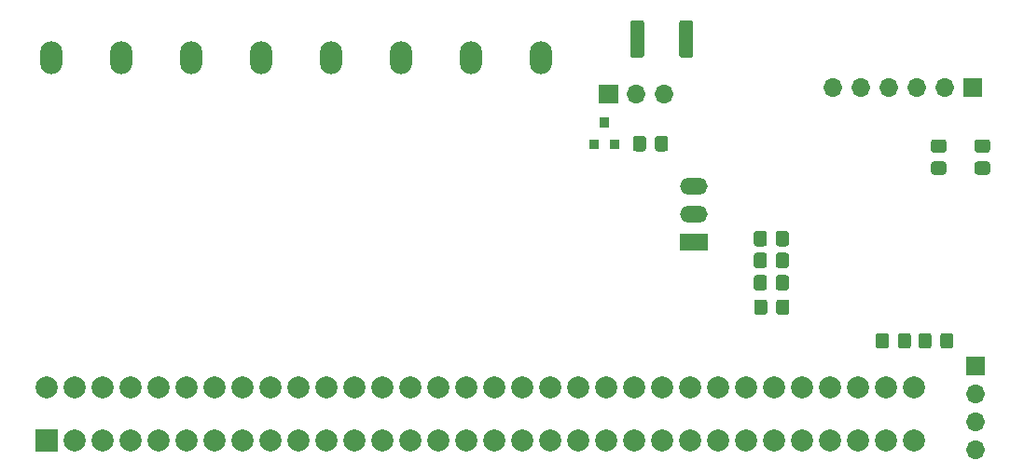
<source format=gbs>
%TF.GenerationSoftware,KiCad,Pcbnew,(5.1.12)-1*%
%TF.CreationDate,2023-06-07T09:52:28-07:00*%
%TF.ProjectId,hp breakout remote relay,68702062-7265-4616-9b6f-75742072656d,rev?*%
%TF.SameCoordinates,Original*%
%TF.FileFunction,Soldermask,Bot*%
%TF.FilePolarity,Negative*%
%FSLAX46Y46*%
G04 Gerber Fmt 4.6, Leading zero omitted, Abs format (unit mm)*
G04 Created by KiCad (PCBNEW (5.1.12)-1) date 2023-06-07 09:52:28*
%MOMM*%
%LPD*%
G01*
G04 APERTURE LIST*
%ADD10C,2.002580*%
%ADD11O,2.002580X3.002580*%
%ADD12O,1.702580X1.702580*%
%ADD13O,2.502580X1.502580*%
G04 APERTURE END LIST*
D10*
%TO.C,J1*%
X93751400Y-97402000D03*
X96291400Y-97402000D03*
X98831400Y-97402000D03*
X101371400Y-97402000D03*
X103911400Y-97402000D03*
X106451400Y-97402000D03*
X108991400Y-97402000D03*
X111531400Y-97402000D03*
X114071400Y-97402000D03*
X116611400Y-97402000D03*
X119151400Y-97402000D03*
X121691400Y-97402000D03*
X124231400Y-97402000D03*
X126771400Y-97402000D03*
X129311400Y-97402000D03*
X131851400Y-97402000D03*
X134391400Y-97402000D03*
X136931400Y-97402000D03*
X139471400Y-97402000D03*
X142011400Y-97402000D03*
X144551400Y-97402000D03*
X147091400Y-97402000D03*
X149631400Y-97402000D03*
X152171400Y-97402000D03*
X154711400Y-97402000D03*
X157251400Y-97402000D03*
X159791400Y-97402000D03*
X162331400Y-97402000D03*
X164871400Y-97402000D03*
X167411400Y-97402000D03*
X169951400Y-97402000D03*
X172491400Y-97402000D03*
X172491400Y-102242000D03*
X169951400Y-102242000D03*
X167411400Y-102242000D03*
X164871400Y-102242000D03*
X162331400Y-102242000D03*
X159791400Y-102242000D03*
X157251400Y-102242000D03*
X154711400Y-102242000D03*
X152171400Y-102242000D03*
X149631400Y-102242000D03*
X147091400Y-102242000D03*
X144551400Y-102242000D03*
X142011400Y-102242000D03*
X139471400Y-102242000D03*
X136931400Y-102242000D03*
X134391400Y-102242000D03*
X131851400Y-102242000D03*
X129311400Y-102242000D03*
X126771400Y-102242000D03*
X124231400Y-102242000D03*
X121691400Y-102242000D03*
X119151400Y-102242000D03*
X116611400Y-102242000D03*
X114071400Y-102242000D03*
X111531400Y-102242000D03*
X108991400Y-102242000D03*
X106451400Y-102242000D03*
X103911400Y-102242000D03*
X101371400Y-102242000D03*
X98831400Y-102242000D03*
X96291400Y-102242000D03*
G36*
G01*
X92750110Y-103242000D02*
X92750110Y-101242000D01*
G75*
G02*
X92751400Y-101240710I1290J0D01*
G01*
X94751400Y-101240710D01*
G75*
G02*
X94752690Y-101242000I0J-1290D01*
G01*
X94752690Y-103242000D01*
G75*
G02*
X94751400Y-103243290I-1290J0D01*
G01*
X92751400Y-103243290D01*
G75*
G02*
X92750110Y-103242000I0J1290D01*
G01*
G37*
%TD*%
D11*
%TO.C,J2*%
X138600000Y-67400000D03*
X132250000Y-67400000D03*
X125900000Y-67400000D03*
X119550000Y-67400000D03*
X113200000Y-67400000D03*
X106850000Y-67400000D03*
X100500000Y-67400000D03*
X94150000Y-67400000D03*
%TD*%
%TO.C,CaseFan1*%
G36*
G01*
X145630000Y-71590290D02*
X143930000Y-71590290D01*
G75*
G02*
X143928710Y-71589000I0J1290D01*
G01*
X143928710Y-69889000D01*
G75*
G02*
X143930000Y-69887710I1290J0D01*
G01*
X145630000Y-69887710D01*
G75*
G02*
X145631290Y-69889000I0J-1290D01*
G01*
X145631290Y-71589000D01*
G75*
G02*
X145630000Y-71590290I-1290J0D01*
G01*
G37*
D12*
X147320000Y-70739000D03*
X149860000Y-70739000D03*
%TD*%
%TO.C,F1*%
G36*
G01*
X152482290Y-64271706D02*
X152482290Y-67173294D01*
G75*
G02*
X152231794Y-67423790I-250496J0D01*
G01*
X151430206Y-67423790D01*
G75*
G02*
X151179710Y-67173294I0J250496D01*
G01*
X151179710Y-64271706D01*
G75*
G02*
X151430206Y-64021210I250496J0D01*
G01*
X152231794Y-64021210D01*
G75*
G02*
X152482290Y-64271706I0J-250496D01*
G01*
G37*
G36*
G01*
X148032290Y-64271706D02*
X148032290Y-67173294D01*
G75*
G02*
X147781794Y-67423790I-250496J0D01*
G01*
X146980206Y-67423790D01*
G75*
G02*
X146729710Y-67173294I0J250496D01*
G01*
X146729710Y-64271706D01*
G75*
G02*
X146980206Y-64021210I250496J0D01*
G01*
X147781794Y-64021210D01*
G75*
G02*
X148032290Y-64271706I0J-250496D01*
G01*
G37*
%TD*%
%TO.C,J3*%
G36*
G01*
X177248710Y-96303200D02*
X177248710Y-94603200D01*
G75*
G02*
X177250000Y-94601910I1290J0D01*
G01*
X178950000Y-94601910D01*
G75*
G02*
X178951290Y-94603200I0J-1290D01*
G01*
X178951290Y-96303200D01*
G75*
G02*
X178950000Y-96304490I-1290J0D01*
G01*
X177250000Y-96304490D01*
G75*
G02*
X177248710Y-96303200I0J1290D01*
G01*
G37*
X178100000Y-97993200D03*
X178100000Y-100533200D03*
X178100000Y-103073200D03*
%TD*%
%TO.C,J4*%
G36*
G01*
X177010000Y-69248710D02*
X178710000Y-69248710D01*
G75*
G02*
X178711290Y-69250000I0J-1290D01*
G01*
X178711290Y-70950000D01*
G75*
G02*
X178710000Y-70951290I-1290J0D01*
G01*
X177010000Y-70951290D01*
G75*
G02*
X177008710Y-70950000I0J1290D01*
G01*
X177008710Y-69250000D01*
G75*
G02*
X177010000Y-69248710I1290J0D01*
G01*
G37*
X175320000Y-70100000D03*
X172780000Y-70100000D03*
X170240000Y-70100000D03*
X167700000Y-70100000D03*
X165160000Y-70100000D03*
%TD*%
%TO.C,Q3*%
G36*
G01*
X145749000Y-75746290D02*
X144949000Y-75746290D01*
G75*
G02*
X144947710Y-75745000I0J1290D01*
G01*
X144947710Y-74845000D01*
G75*
G02*
X144949000Y-74843710I1290J0D01*
G01*
X145749000Y-74843710D01*
G75*
G02*
X145750290Y-74845000I0J-1290D01*
G01*
X145750290Y-75745000D01*
G75*
G02*
X145749000Y-75746290I-1290J0D01*
G01*
G37*
G36*
G01*
X143849000Y-75746290D02*
X143049000Y-75746290D01*
G75*
G02*
X143047710Y-75745000I0J1290D01*
G01*
X143047710Y-74845000D01*
G75*
G02*
X143049000Y-74843710I1290J0D01*
G01*
X143849000Y-74843710D01*
G75*
G02*
X143850290Y-74845000I0J-1290D01*
G01*
X143850290Y-75745000D01*
G75*
G02*
X143849000Y-75746290I-1290J0D01*
G01*
G37*
G36*
G01*
X144799000Y-73746290D02*
X143999000Y-73746290D01*
G75*
G02*
X143997710Y-73745000I0J1290D01*
G01*
X143997710Y-72845000D01*
G75*
G02*
X143999000Y-72843710I1290J0D01*
G01*
X144799000Y-72843710D01*
G75*
G02*
X144800290Y-72845000I0J-1290D01*
G01*
X144800290Y-73745000D01*
G75*
G02*
X144799000Y-73746290I-1290J0D01*
G01*
G37*
%TD*%
%TO.C,R1*%
G36*
G01*
X170238490Y-92716446D02*
X170238490Y-93617954D01*
G75*
G02*
X169987954Y-93868490I-250536J0D01*
G01*
X169286446Y-93868490D01*
G75*
G02*
X169035910Y-93617954I0J250536D01*
G01*
X169035910Y-92716446D01*
G75*
G02*
X169286446Y-92465910I250536J0D01*
G01*
X169987954Y-92465910D01*
G75*
G02*
X170238490Y-92716446I0J-250536D01*
G01*
G37*
G36*
G01*
X172238490Y-92716446D02*
X172238490Y-93617954D01*
G75*
G02*
X171987954Y-93868490I-250536J0D01*
G01*
X171286446Y-93868490D01*
G75*
G02*
X171035910Y-93617954I0J250536D01*
G01*
X171035910Y-92716446D01*
G75*
G02*
X171286446Y-92465910I250536J0D01*
G01*
X171987954Y-92465910D01*
G75*
G02*
X172238490Y-92716446I0J-250536D01*
G01*
G37*
%TD*%
%TO.C,R2*%
G36*
G01*
X176099290Y-92716446D02*
X176099290Y-93617954D01*
G75*
G02*
X175848754Y-93868490I-250536J0D01*
G01*
X175147246Y-93868490D01*
G75*
G02*
X174896710Y-93617954I0J250536D01*
G01*
X174896710Y-92716446D01*
G75*
G02*
X175147246Y-92465910I250536J0D01*
G01*
X175848754Y-92465910D01*
G75*
G02*
X176099290Y-92716446I0J-250536D01*
G01*
G37*
G36*
G01*
X174099290Y-92716446D02*
X174099290Y-93617954D01*
G75*
G02*
X173848754Y-93868490I-250536J0D01*
G01*
X173147246Y-93868490D01*
G75*
G02*
X172896710Y-93617954I0J250536D01*
G01*
X172896710Y-92716446D01*
G75*
G02*
X173147246Y-92465910I250536J0D01*
G01*
X173848754Y-92465910D01*
G75*
G02*
X174099290Y-92716446I0J-250536D01*
G01*
G37*
%TD*%
%TO.C,R4*%
G36*
G01*
X159201290Y-89649246D02*
X159201290Y-90550754D01*
G75*
G02*
X158950754Y-90801290I-250536J0D01*
G01*
X158249246Y-90801290D01*
G75*
G02*
X157998710Y-90550754I0J250536D01*
G01*
X157998710Y-89649246D01*
G75*
G02*
X158249246Y-89398710I250536J0D01*
G01*
X158950754Y-89398710D01*
G75*
G02*
X159201290Y-89649246I0J-250536D01*
G01*
G37*
G36*
G01*
X161201290Y-89649246D02*
X161201290Y-90550754D01*
G75*
G02*
X160950754Y-90801290I-250536J0D01*
G01*
X160249246Y-90801290D01*
G75*
G02*
X159998710Y-90550754I0J250536D01*
G01*
X159998710Y-89649246D01*
G75*
G02*
X160249246Y-89398710I250536J0D01*
G01*
X160950754Y-89398710D01*
G75*
G02*
X161201290Y-89649246I0J-250536D01*
G01*
G37*
%TD*%
%TO.C,R5*%
G36*
G01*
X175202754Y-78055290D02*
X174301246Y-78055290D01*
G75*
G02*
X174050710Y-77804754I0J250536D01*
G01*
X174050710Y-77103246D01*
G75*
G02*
X174301246Y-76852710I250536J0D01*
G01*
X175202754Y-76852710D01*
G75*
G02*
X175453290Y-77103246I0J-250536D01*
G01*
X175453290Y-77804754D01*
G75*
G02*
X175202754Y-78055290I-250536J0D01*
G01*
G37*
G36*
G01*
X175202754Y-76055290D02*
X174301246Y-76055290D01*
G75*
G02*
X174050710Y-75804754I0J250536D01*
G01*
X174050710Y-75103246D01*
G75*
G02*
X174301246Y-74852710I250536J0D01*
G01*
X175202754Y-74852710D01*
G75*
G02*
X175453290Y-75103246I0J-250536D01*
G01*
X175453290Y-75804754D01*
G75*
G02*
X175202754Y-76055290I-250536J0D01*
G01*
G37*
%TD*%
%TO.C,R6*%
G36*
G01*
X179165154Y-76055290D02*
X178263646Y-76055290D01*
G75*
G02*
X178013110Y-75804754I0J250536D01*
G01*
X178013110Y-75103246D01*
G75*
G02*
X178263646Y-74852710I250536J0D01*
G01*
X179165154Y-74852710D01*
G75*
G02*
X179415690Y-75103246I0J-250536D01*
G01*
X179415690Y-75804754D01*
G75*
G02*
X179165154Y-76055290I-250536J0D01*
G01*
G37*
G36*
G01*
X179165154Y-78055290D02*
X178263646Y-78055290D01*
G75*
G02*
X178013110Y-77804754I0J250536D01*
G01*
X178013110Y-77103246D01*
G75*
G02*
X178263646Y-76852710I250536J0D01*
G01*
X179165154Y-76852710D01*
G75*
G02*
X179415690Y-77103246I0J-250536D01*
G01*
X179415690Y-77804754D01*
G75*
G02*
X179165154Y-78055290I-250536J0D01*
G01*
G37*
%TD*%
%TO.C,R7*%
G36*
G01*
X159961510Y-88334754D02*
X159961510Y-87433246D01*
G75*
G02*
X160212046Y-87182710I250536J0D01*
G01*
X160913554Y-87182710D01*
G75*
G02*
X161164090Y-87433246I0J-250536D01*
G01*
X161164090Y-88334754D01*
G75*
G02*
X160913554Y-88585290I-250536J0D01*
G01*
X160212046Y-88585290D01*
G75*
G02*
X159961510Y-88334754I0J250536D01*
G01*
G37*
G36*
G01*
X157961510Y-88334754D02*
X157961510Y-87433246D01*
G75*
G02*
X158212046Y-87182710I250536J0D01*
G01*
X158913554Y-87182710D01*
G75*
G02*
X159164090Y-87433246I0J-250536D01*
G01*
X159164090Y-88334754D01*
G75*
G02*
X158913554Y-88585290I-250536J0D01*
G01*
X158212046Y-88585290D01*
G75*
G02*
X157961510Y-88334754I0J250536D01*
G01*
G37*
%TD*%
%TO.C,R8*%
G36*
G01*
X159961510Y-86302754D02*
X159961510Y-85401246D01*
G75*
G02*
X160212046Y-85150710I250536J0D01*
G01*
X160913554Y-85150710D01*
G75*
G02*
X161164090Y-85401246I0J-250536D01*
G01*
X161164090Y-86302754D01*
G75*
G02*
X160913554Y-86553290I-250536J0D01*
G01*
X160212046Y-86553290D01*
G75*
G02*
X159961510Y-86302754I0J250536D01*
G01*
G37*
G36*
G01*
X157961510Y-86302754D02*
X157961510Y-85401246D01*
G75*
G02*
X158212046Y-85150710I250536J0D01*
G01*
X158913554Y-85150710D01*
G75*
G02*
X159164090Y-85401246I0J-250536D01*
G01*
X159164090Y-86302754D01*
G75*
G02*
X158913554Y-86553290I-250536J0D01*
G01*
X158212046Y-86553290D01*
G75*
G02*
X157961510Y-86302754I0J250536D01*
G01*
G37*
%TD*%
%TO.C,R9*%
G36*
G01*
X157961510Y-84321554D02*
X157961510Y-83420046D01*
G75*
G02*
X158212046Y-83169510I250536J0D01*
G01*
X158913554Y-83169510D01*
G75*
G02*
X159164090Y-83420046I0J-250536D01*
G01*
X159164090Y-84321554D01*
G75*
G02*
X158913554Y-84572090I-250536J0D01*
G01*
X158212046Y-84572090D01*
G75*
G02*
X157961510Y-84321554I0J250536D01*
G01*
G37*
G36*
G01*
X159961510Y-84321554D02*
X159961510Y-83420046D01*
G75*
G02*
X160212046Y-83169510I250536J0D01*
G01*
X160913554Y-83169510D01*
G75*
G02*
X161164090Y-83420046I0J-250536D01*
G01*
X161164090Y-84321554D01*
G75*
G02*
X160913554Y-84572090I-250536J0D01*
G01*
X160212046Y-84572090D01*
G75*
G02*
X159961510Y-84321554I0J250536D01*
G01*
G37*
%TD*%
%TO.C,R13*%
G36*
G01*
X146988710Y-75685554D02*
X146988710Y-74784046D01*
G75*
G02*
X147239246Y-74533510I250536J0D01*
G01*
X147940754Y-74533510D01*
G75*
G02*
X148191290Y-74784046I0J-250536D01*
G01*
X148191290Y-75685554D01*
G75*
G02*
X147940754Y-75936090I-250536J0D01*
G01*
X147239246Y-75936090D01*
G75*
G02*
X146988710Y-75685554I0J250536D01*
G01*
G37*
G36*
G01*
X148988710Y-75685554D02*
X148988710Y-74784046D01*
G75*
G02*
X149239246Y-74533510I250536J0D01*
G01*
X149940754Y-74533510D01*
G75*
G02*
X150191290Y-74784046I0J-250536D01*
G01*
X150191290Y-75685554D01*
G75*
G02*
X149940754Y-75936090I-250536J0D01*
G01*
X149239246Y-75936090D01*
G75*
G02*
X148988710Y-75685554I0J250536D01*
G01*
G37*
%TD*%
%TO.C,U1*%
G36*
G01*
X153777000Y-84952290D02*
X151277000Y-84952290D01*
G75*
G02*
X151275710Y-84951000I0J1290D01*
G01*
X151275710Y-83451000D01*
G75*
G02*
X151277000Y-83449710I1290J0D01*
G01*
X153777000Y-83449710D01*
G75*
G02*
X153778290Y-83451000I0J-1290D01*
G01*
X153778290Y-84951000D01*
G75*
G02*
X153777000Y-84952290I-1290J0D01*
G01*
G37*
D13*
X152527000Y-81661000D03*
X152527000Y-79121000D03*
%TD*%
M02*

</source>
